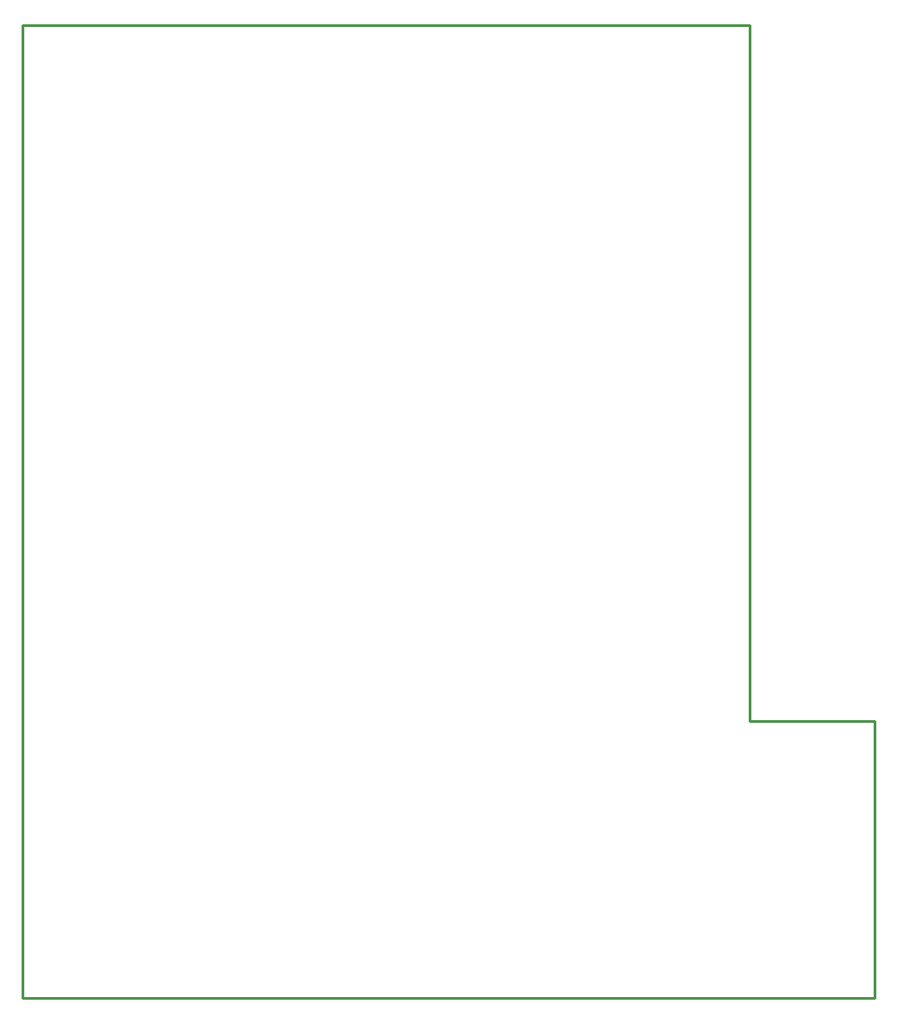
<source format=gko>
G04*
G04 #@! TF.GenerationSoftware,Altium Limited,Altium Designer,22.1.2 (22)*
G04*
G04 Layer_Color=16711935*
%FSLAX25Y25*%
%MOIN*%
G70*
G04*
G04 #@! TF.SameCoordinates,BB4BA718-9431-4743-B970-F4C87B48E952*
G04*
G04*
G04 #@! TF.FilePolarity,Positive*
G04*
G01*
G75*
%ADD14C,0.01000*%
D14*
X0Y0D02*
Y360630D01*
X269685D01*
Y102756D02*
Y360630D01*
Y102756D02*
X315748D01*
Y0D02*
Y102756D01*
X0Y0D02*
X315748D01*
M02*

</source>
